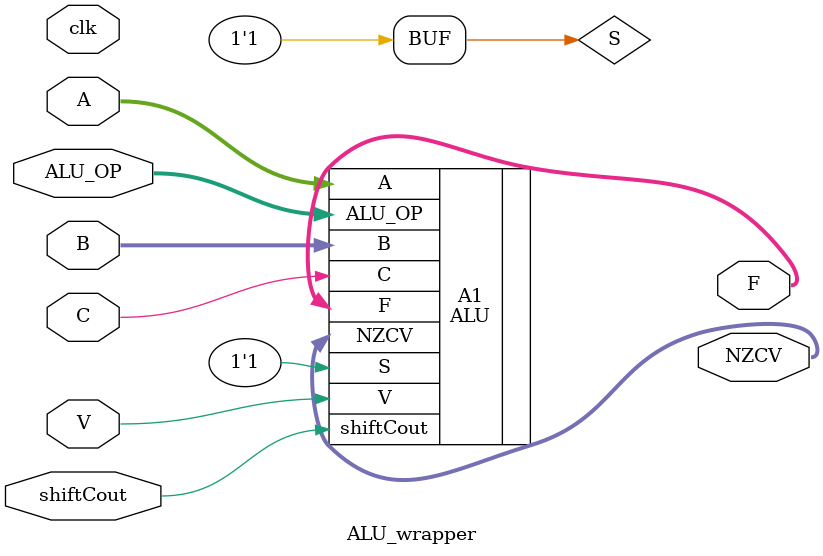
<source format=v>
module ALU_wrapper(
	input clk,
	input[31:0]A,
    input[31:0]B,
    input[3:0]ALU_OP,
    input shiftCout,
    input C,
	input V,
	output [31:0]F,
	output [3:0] NZCV
);
    reg S = 1;
	ALU A1(
		.A(A),
		.B(B),
		.C(C),
        .S(S),
		.ALU_OP(ALU_OP),
		.V(V),
		.F(F),
		.shiftCout(shiftCout),	
		.NZCV(NZCV)
	);


initial begin
    $dumpfile("../vcd/async_ALU.vcd");
    $dumpvars();
end

endmodule

</source>
